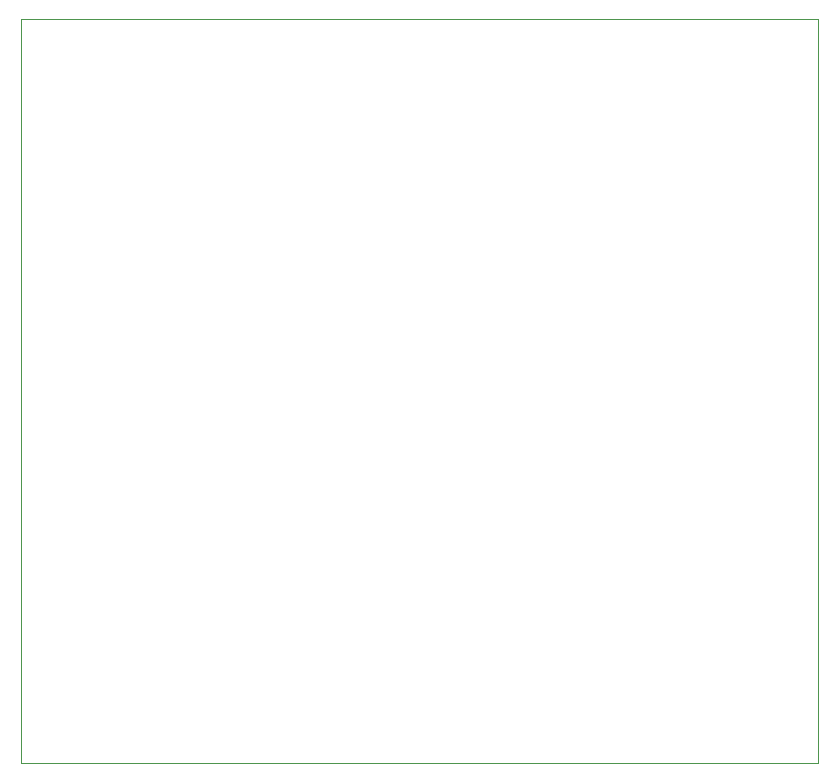
<source format=gbr>
%TF.GenerationSoftware,KiCad,Pcbnew,(6.0.8)*%
%TF.CreationDate,2022-11-02T08:43:43+01:00*%
%TF.ProjectId,project_capteur_CO2,70726f6a-6563-4745-9f63-617074657572,rev?*%
%TF.SameCoordinates,Original*%
%TF.FileFunction,Profile,NP*%
%FSLAX46Y46*%
G04 Gerber Fmt 4.6, Leading zero omitted, Abs format (unit mm)*
G04 Created by KiCad (PCBNEW (6.0.8)) date 2022-11-02 08:43:43*
%MOMM*%
%LPD*%
G01*
G04 APERTURE LIST*
%TA.AperFunction,Profile*%
%ADD10C,0.100000*%
%TD*%
G04 APERTURE END LIST*
D10*
X178000000Y-42500000D02*
X245500000Y-42500000D01*
X245500000Y-42500000D02*
X245500000Y-105500000D01*
X245500000Y-105500000D02*
X178000000Y-105500000D01*
X178000000Y-105500000D02*
X178000000Y-42500000D01*
M02*

</source>
